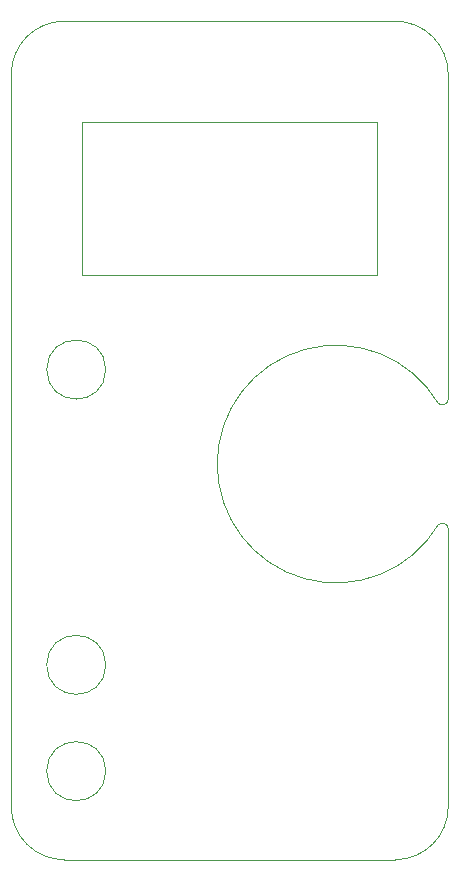
<source format=gm1>
%TF.GenerationSoftware,KiCad,Pcbnew,8.99.0-3110-g1838b2656d*%
%TF.CreationDate,2024-11-19T22:29:11+01:00*%
%TF.ProjectId,dmm_sao_front,646d6d5f-7361-46f5-9f66-726f6e742e6b,1.0*%
%TF.SameCoordinates,PX4dbaf29PY3d7cb27*%
%TF.FileFunction,Profile,NP*%
%FSLAX46Y46*%
G04 Gerber Fmt 4.6, Leading zero omitted, Abs format (unit mm)*
G04 Created by KiCad (PCBNEW 8.99.0-3110-g1838b2656d) date 2024-11-19 22:29:11*
%MOMM*%
%LPD*%
G01*
G04 APERTURE LIST*
%TA.AperFunction,Profile*%
%ADD10C,0.050000*%
%TD*%
G04 APERTURE END LIST*
D10*
X7993912Y-54526105D02*
G75*
G02*
X2993910Y-54526107I-2500001J0D01*
G01*
X36140358Y-42672552D02*
G75*
G02*
X36140358Y-32379658I-8646447J5146447D01*
G01*
X36993911Y-32026105D02*
G75*
G02*
X36140358Y-32379658I-500000J0D01*
G01*
X5993911Y-21526105D02*
X5993911Y-8526105D01*
X30993911Y-8526105D02*
X30993911Y-21526105D01*
X36993911Y-43026105D02*
X36993911Y-66526105D01*
X2993912Y-54526105D02*
G75*
G02*
X7993912Y-54526105I2500000J0D01*
G01*
X32493911Y-26105D02*
G75*
G02*
X36993911Y-4526105I0J-4500000D01*
G01*
X4493911Y-26105D02*
X32493911Y-26105D01*
X32493911Y-71026105D02*
X4493911Y-71026105D01*
X2993911Y-29526105D02*
G75*
G02*
X7993911Y-29526105I2500000J0D01*
G01*
X18493911Y-8526105D02*
X30993911Y-8526105D01*
X2993911Y-63526105D02*
G75*
G02*
X7993911Y-63526105I2500000J0D01*
G01*
X36140358Y-42672552D02*
G75*
G02*
X36993910Y-43026105I353553J-353553D01*
G01*
X30993911Y-21526105D02*
X5993911Y-21526105D01*
X36993911Y-66526105D02*
G75*
G02*
X32493911Y-71026105I-4500000J0D01*
G01*
X7993911Y-63526105D02*
G75*
G02*
X2993911Y-63526107I-2500000J0D01*
G01*
X-6089Y-66526105D02*
X-6089Y-4526105D01*
X36993911Y-32026105D02*
X36993911Y-4526105D01*
X4493911Y-71026105D02*
G75*
G02*
X-6089Y-66526105I0J4500000D01*
G01*
X-6089Y-4526105D02*
G75*
G02*
X4493911Y-26105I4500000J0D01*
G01*
X7993911Y-29526105D02*
G75*
G02*
X2993911Y-29526107I-2500000J0D01*
G01*
X5993911Y-8526105D02*
X18493911Y-8526105D01*
M02*

</source>
